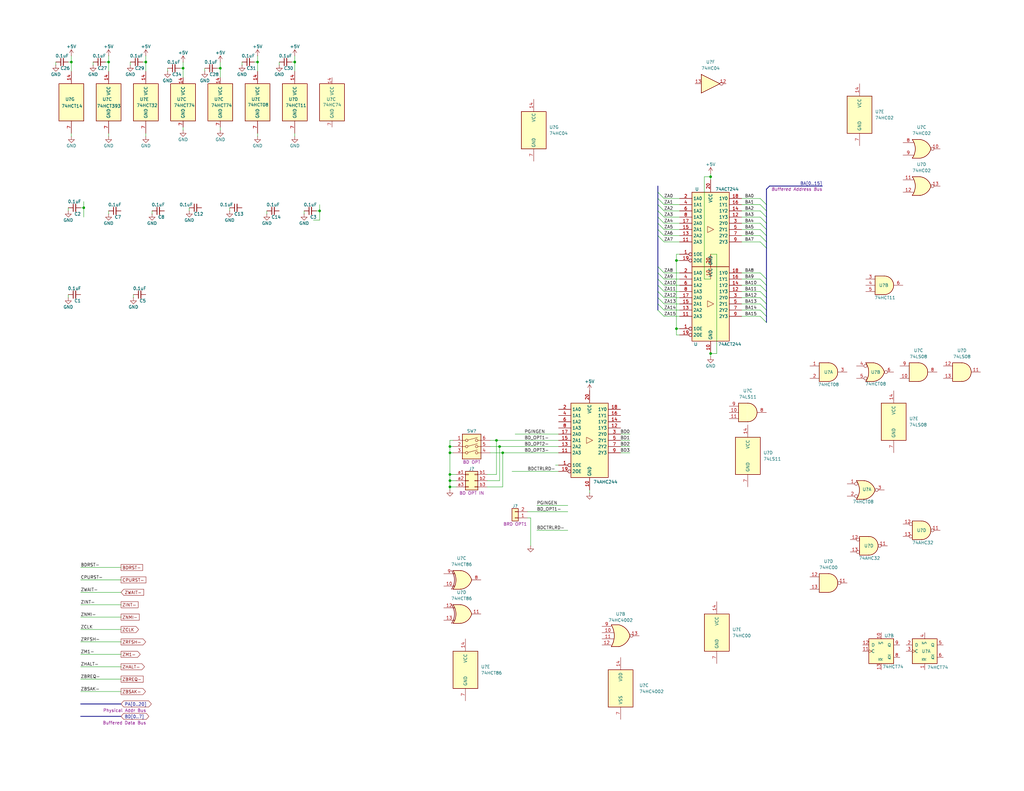
<source format=kicad_sch>
(kicad_sch (version 20250114) (generator "eeschema") (generator_version "9.0")
  (paper "User" 419.1 323.85)
  (title_block (title "Logic Power & Spares") (date "2025-10-10") (rev "PR7.4") (company "SilkyDESIGN") (comment 1 "Copyright 2025 AESilky & SMcCown") (comment 3 "MicroSystem Z80 w/Front Panel & RC2014 Bus"))
  (lib_symbols
    (symbol "4xxx:4002" (pin_names (offset 1.016))
      (property "Reference" "U" (at 0 1.27 0))
      (property "Value" "4002" (at 0 -1.27 0))
      (symbol "4002_1_1"
        (pin input line (at -7.62 3.81 0) (length 3.81) (name "~") (number "2"))
        (pin input line (at -7.62 1.27 0) (length 4.826) (name "~") (number "3"))
        (pin input line (at -7.62 -1.27 0) (length 4.826) (name "~") (number "4"))
        (pin input line (at -7.62 -3.81 0) (length 3.81) (name "~") (number "5"))
        (pin output inverted (at 7.62 0 180) (length 3.81) (name "~") (number "1"))
      )
      (symbol "4002_1_2"
        (pin input inverted (at -7.62 3.81 0) (length 3.81) (name "~") (number "2"))
        (pin input inverted (at -7.62 1.27 0) (length 3.81) (name "~") (number "3"))
        (pin input inverted (at -7.62 -1.27 0) (length 3.81) (name "~") (number "4"))
        (pin input inverted (at -7.62 -3.81 0) (length 3.81) (name "~") (number "5"))
        (pin output line (at 7.62 0 180) (length 3.81) (name "~") (number "1"))
      )
      (symbol "4002_2_1"
        (pin input line (at -7.62 3.81 0) (length 3.81) (name "~") (number "9"))
        (pin input line (at -7.62 1.27 0) (length 4.826) (name "~") (number "10"))
        (pin input line (at -7.62 -1.27 0) (length 4.826) (name "~") (number "11"))
        (pin input line (at -7.62 -3.81 0) (length 3.81) (name "~") (number "12"))
        (pin output inverted (at 7.62 0 180) (length 3.81) (name "~") (number "13"))
      )
      (symbol "4002_2_2"
        (pin input inverted (at -7.62 3.81 0) (length 3.81) (name "~") (number "9"))
        (pin input inverted (at -7.62 1.27 0) (length 3.81) (name "~") (number "10"))
        (pin input inverted (at -7.62 -1.27 0) (length 3.81) (name "~") (number "11"))
        (pin input inverted (at -7.62 -3.81 0) (length 3.81) (name "~") (number "12"))
        (pin output line (at 7.62 0 180) (length 3.81) (name "~") (number "13"))
      )
      (symbol "4002_3_0"
        (pin power_in line (at 0 12.7 270) (length 5.08) (name "VDD") (number "14"))
        (pin power_in line (at 0 -12.7 90) (length 5.08) (name "VSS") (number "7"))
      )
    )
    (symbol "74xx:74AHCT244"
      (property "Reference" "U" (at -7.62 16.51 0))
      (property "Value" "74AHCT244" (at -7.62 -16.51 0))
      (symbol "74AHCT244_1_0"
        (pin input line (at -12.7 12.7 0) (length 5.08) (name "1A0") (number "2"))
        (pin input line (at -12.7 10.16 0) (length 5.08) (name "1A1") (number "4"))
        (pin input line (at -12.7 7.62 0) (length 5.08) (name "1A2") (number "6"))
        (pin input line (at -12.7 5.08 0) (length 5.08) (name "1A3") (number "8"))
        (pin input line (at -12.7 2.54 0) (length 5.08) (name "2A0") (number "17"))
        (pin input line (at -12.7 0 0) (length 5.08) (name "2A1") (number "15"))
        (pin input line (at -12.7 -2.54 0) (length 5.08) (name "2A2") (number "13"))
        (pin input line (at -12.7 -5.08 0) (length 5.08) (name "2A3") (number "11"))
        (pin input inverted (at -12.7 -10.16 0) (length 5.08) (name "1OE") (number "1"))
        (pin input inverted (at -12.7 -12.7 0) (length 5.08) (name "2OE") (number "19"))
        (pin power_in line (at 0 20.32 270) (length 5.08) (name "VCC") (number "20"))
        (pin power_in line (at 0 -20.32 90) (length 5.08) (name "GND") (number "10"))
        (pin tri_state line (at 12.7 12.7 180) (length 5.08) (name "1Y0") (number "18"))
        (pin tri_state line (at 12.7 10.16 180) (length 5.08) (name "1Y1") (number "16"))
        (pin tri_state line (at 12.7 7.62 180) (length 5.08) (name "1Y2") (number "14"))
        (pin tri_state line (at 12.7 5.08 180) (length 5.08) (name "1Y3") (number "12"))
        (pin tri_state line (at 12.7 2.54 180) (length 5.08) (name "2Y0") (number "3"))
        (pin tri_state line (at 12.7 0 180) (length 5.08) (name "2Y1") (number "5"))
        (pin tri_state line (at 12.7 -2.54 180) (length 5.08) (name "2Y2") (number "7"))
        (pin tri_state line (at 12.7 -5.08 180) (length 5.08) (name "2Y3") (number "9"))
      )
    )
    (symbol "74xx:74HC00" (pin_names (offset 1.016))
      (property "Reference" "U" (at 0 1.27 0))
      (property "Value" "74HC00" (at 0 -1.27 0))
      (symbol "74HC00_1_1"
        (pin input line (at -7.62 2.54 0) (length 3.81) (name "~") (number "1"))
        (pin input line (at -7.62 -2.54 0) (length 3.81) (name "~") (number "2"))
        (pin output inverted (at 7.62 0 180) (length 3.81) (name "~") (number "3"))
      )
      (symbol "74HC00_1_2"
        (pin input inverted (at -7.62 2.54 0) (length 4.318) (name "~") (number "1"))
        (pin input inverted (at -7.62 -2.54 0) (length 4.318) (name "~") (number "2"))
        (pin output line (at 7.62 0 180) (length 3.81) (name "~") (number "3"))
      )
      (symbol "74HC00_2_1"
        (pin input line (at -7.62 2.54 0) (length 3.81) (name "~") (number "4"))
        (pin input line (at -7.62 -2.54 0) (length 3.81) (name "~") (number "5"))
        (pin output inverted (at 7.62 0 180) (length 3.81) (name "~") (number "6"))
      )
      (symbol "74HC00_2_2"
        (pin input inverted (at -7.62 2.54 0) (length 4.318) (name "~") (number "4"))
        (pin input inverted (at -7.62 -2.54 0) (length 4.318) (name "~") (number "5"))
        (pin output line (at 7.62 0 180) (length 3.81) (name "~") (number "6"))
      )
      (symbol "74HC00_3_1"
        (pin input line (at -7.62 2.54 0) (length 3.81) (name "~") (number "9"))
        (pin input line (at -7.62 -2.54 0) (length 3.81) (name "~") (number "10"))
        (pin output inverted (at 7.62 0 180) (length 3.81) (name "~") (number "8"))
      )
      (symbol "74HC00_3_2"
        (pin input inverted (at -7.62 2.54 0) (length 4.318) (name "~") (number "9"))
        (pin input inverted (at -7.62 -2.54 0) (length 4.318) (name "~") (number "10"))
        (pin output line (at 7.62 0 180) (length 3.81) (name "~") (number "8"))
      )
      (symbol "74HC00_4_1"
        (pin input line (at -7.62 2.54 0) (length 3.81) (name "~") (number "12"))
        (pin input line (at -7.62 -2.54 0) (length 3.81) (name "~") (number "13"))
        (pin output inverted (at 7.62 0 180) (length 3.81) (name "~") (number "11"))
      )
      (symbol "74HC00_4_2"
        (pin input inverted (at -7.62 2.54 0) (length 4.318) (name "~") (number "12"))
        (pin input inverted (at -7.62 -2.54 0) (length 4.318) (name "~") (number "13"))
        (pin output line (at 7.62 0 180) (length 3.81) (name "~") (number "11"))
      )
      (symbol "74HC00_5_0"
        (pin power_in line (at 0 12.7 270) (length 5.08) (name "VCC") (number "14"))
        (pin power_in line (at 0 -12.7 90) (length 5.08) (name "GND") (number "7"))
      )
    )
    (symbol "74xx:74HC02" (pin_names (offset 1.016))
      (property "Reference" "U" (at 0 1.27 0))
      (property "Value" "74HC02" (at 0 -1.27 0))
      (symbol "74HC02_1_1"
        (pin input line (at -7.62 2.54 0) (length 4.318) (name "~") (number "2"))
        (pin input line (at -7.62 -2.54 0) (length 4.318) (name "~") (number "3"))
        (pin output inverted (at 7.62 0 180) (length 3.81) (name "~") (number "1"))
      )
      (symbol "74HC02_1_2"
        (pin input inverted (at -7.62 2.54 0) (length 3.81) (name "~") (number "2"))
        (pin input inverted (at -7.62 -2.54 0) (length 3.81) (name "~") (number "3"))
        (pin output line (at 7.62 0 180) (length 3.81) (name "~") (number "1"))
      )
      (symbol "74HC02_2_1"
        (pin input line (at -7.62 2.54 0) (length 4.318) (name "~") (number "5"))
        (pin input line (at -7.62 -2.54 0) (length 4.318) (name "~") (number "6"))
        (pin output inverted (at 7.62 0 180) (length 3.81) (name "~") (number "4"))
      )
      (symbol "74HC02_2_2"
        (pin input inverted (at -7.62 2.54 0) (length 3.81) (name "~") (number "5"))
        (pin input inverted (at -7.62 -2.54 0) (length 3.81) (name "~") (number "6"))
        (pin output line (at 7.62 0 180) (length 3.81) (name "~") (number "4"))
      )
      (symbol "74HC02_3_1"
        (pin input line (at -7.62 2.54 0) (length 4.318) (name "~") (number "8"))
        (pin input line (at -7.62 -2.54 0) (length 4.318) (name "~") (number "9"))
        (pin output inverted (at 7.62 0 180) (length 3.81) (name "~") (number "10"))
      )
      (symbol "74HC02_3_2"
        (pin input inverted (at -7.62 2.54 0) (length 3.81) (name "~") (number "8"))
        (pin input inverted (at -7.62 -2.54 0) (length 3.81) (name "~") (number "9"))
        (pin output line (at 7.62 0 180) (length 3.81) (name "~") (number "10"))
      )
      (symbol "74HC02_4_1"
        (pin input line (at -7.62 2.54 0) (length 4.318) (name "~") (number "11"))
        (pin input line (at -7.62 -2.54 0) (length 4.318) (name "~") (number "12"))
        (pin output inverted (at 7.62 0 180) (length 3.81) (name "~") (number "13"))
      )
      (symbol "74HC02_4_2"
        (pin input inverted (at -7.62 2.54 0) (length 3.81) (name "~") (number "11"))
        (pin input inverted (at -7.62 -2.54 0) (length 3.81) (name "~") (number "12"))
        (pin output line (at 7.62 0 180) (length 3.81) (name "~") (number "13"))
      )
      (symbol "74HC02_5_0"
        (pin power_in line (at 0 12.7 270) (length 5.08) (name "VCC") (number "14"))
        (pin power_in line (at 0 -12.7 90) (length 5.08) (name "GND") (number "7"))
      )
    )
    (symbol "74xx:74HC74" (pin_names (offset 1.016))
      (property "Reference" "U" (at -7.62 8.89 0))
      (property "Value" "74HC74" (at -7.62 -8.89 0))
      (symbol "74HC74_1_0"
        (pin input line (at -7.62 2.54 0) (length 2.54) (name "D") (number "2"))
        (pin input clock (at -7.62 0 0) (length 2.54) (name "C") (number "3"))
        (pin input line (at 0 7.62 270) (length 2.54) (name "~{S}") (number "4"))
        (pin input line (at 0 -7.62 90) (length 2.54) (name "~{R}") (number "1"))
        (pin output line (at 7.62 2.54 180) (length 2.54) (name "Q") (number "5"))
        (pin output line (at 7.62 -2.54 180) (length 2.54) (name "~{Q}") (number "6"))
      )
      (symbol "74HC74_2_0"
        (pin input line (at -7.62 2.54 0) (length 2.54) (name "D") (number "12"))
        (pin input clock (at -7.62 0 0) (length 2.54) (name "C") (number "11"))
        (pin input line (at 0 7.62 270) (length 2.54) (name "~{S}") (number "10"))
        (pin input line (at 0 -7.62 90) (length 2.54) (name "~{R}") (number "13"))
        (pin output line (at 7.62 2.54 180) (length 2.54) (name "Q") (number "9"))
        (pin output line (at 7.62 -2.54 180) (length 2.54) (name "~{Q}") (number "8"))
      )
      (symbol "74HC74_3_0"
        (pin power_in line (at 0 10.16 270) (length 2.54) (name "VCC") (number "14"))
        (pin power_in line (at 0 -10.16 90) (length 2.54) (name "GND") (number "7"))
      )
    )
    (symbol "74xx:74HCT74" (pin_names (offset 1.016))
      (property "Reference" "U" (at -7.62 8.89 0))
      (property "Value" "74HCT74" (at -7.62 -8.89 0))
      (symbol "74HCT74_1_0"
        (pin input line (at -7.62 2.54 0) (length 2.54) (name "D") (number "2"))
        (pin input clock (at -7.62 0 0) (length 2.54) (name "C") (number "3"))
        (pin input line (at 0 7.62 270) (length 2.54) (name "~{S}") (number "4"))
        (pin input line (at 0 -7.62 90) (length 2.54) (name "~{R}") (number "1"))
        (pin output line (at 7.62 2.54 180) (length 2.54) (name "Q") (number "5"))
        (pin output line (at 7.62 -2.54 180) (length 2.54) (name "~{Q}") (number "6"))
      )
      (symbol "74HCT74_2_0"
        (pin input line (at -7.62 2.54 0) (length 2.54) (name "D") (number "12"))
        (pin input clock (at -7.62 0 0) (length 2.54) (name "C") (number "11"))
        (pin input line (at 0 7.62 270) (length 2.54) (name "~{S}") (number "10"))
        (pin input line (at 0 -7.62 90) (length 2.54) (name "~{R}") (number "13"))
        (pin output line (at 7.62 2.54 180) (length 2.54) (name "Q") (number "9"))
        (pin output line (at 7.62 -2.54 180) (length 2.54) (name "~{Q}") (number "8"))
      )
      (symbol "74HCT74_3_0"
        (pin power_in line (at 0 10.16 270) (length 2.54) (name "VCC") (number "14"))
        (pin power_in line (at 0 -10.16 90) (length 2.54) (name "GND") (number "7"))
      )
    )
    (symbol "74xx:74LS08" (pin_names (offset 1.016))
      (property "Reference" "U" (at 0 1.27 0))
      (property "Value" "74LS08" (at 0 -1.27 0))
      (symbol "74LS08_1_1"
        (pin input line (at -7.62 2.54 0) (length 3.81) (name "~") (number "1"))
        (pin input line (at -7.62 -2.54 0) (length 3.81) (name "~") (number "2"))
        (pin output line (at 7.62 0 180) (length 3.81) (name "~") (number "3"))
      )
      (symbol "74LS08_1_2"
        (pin input inverted (at -7.62 2.54 0) (length 4.318) (name "~") (number "1"))
        (pin input inverted (at -7.62 -2.54 0) (length 4.318) (name "~") (number "2"))
        (pin output inverted (at 7.62 0 180) (length 3.81) (name "~") (number "3"))
      )
      (symbol "74LS08_2_1"
        (pin input line (at -7.62 2.54 0) (length 3.81) (name "~") (number "4"))
        (pin input line (at -7.62 -2.54 0) (length 3.81) (name "~") (number "5"))
        (pin output line (at 7.62 0 180) (length 3.81) (name "~") (number "6"))
      )
      (symbol "74LS08_2_2"
        (pin input inverted (at -7.62 2.54 0) (length 4.318) (name "~") (number "4"))
        (pin input inverted (at -7.62 -2.54 0) (length 4.318) (name "~") (number "5"))
        (pin output inverted (at 7.62 0 180) (length 3.81) (name "~") (number "6"))
      )
      (symbol "74LS08_3_1"
        (pin input line (at -7.62 2.54 0) (length 3.81) (name "~") (number "9"))
        (pin input line (at -7.62 -2.54 0) (length 3.81) (name "~") (number "10"))
        (pin output line (at 7.62 0 180) (length 3.81) (name "~") (number "8"))
      )
      (symbol "74LS08_3_2"
        (pin input inverted (at -7.62 2.54 0) (length 4.318) (name "~") (number "9"))
        (pin input inverted (at -7.62 -2.54 0) (length 4.318) (name "~") (number "10"))
        (pin output inverted (at 7.62 0 180) (length 3.81) (name "~") (number "8"))
      )
      (symbol "74LS08_4_1"
        (pin input line (at -7.62 2.54 0) (length 3.81) (name "~") (number "12"))
        (pin input line (at -7.62 -2.54 0) (length 3.81) (name "~") (number "13"))
        (pin output line (at 7.62 0 180) (length 3.81) (name "~") (number "11"))
      )
      (symbol "74LS08_4_2"
        (pin input inverted (at -7.62 2.54 0) (length 4.318) (name "~") (number "12"))
        (pin input inverted (at -7.62 -2.54 0) (length 4.318) (name "~") (number "13"))
        (pin output inverted (at 7.62 0 180) (length 3.81) (name "~") (number "11"))
      )
      (symbol "74LS08_5_0"
        (pin power_in line (at 0 12.7 270) (length 5.08) (name "VCC") (number "14"))
        (pin power_in line (at 0 -12.7 90) (length 5.08) (name "GND") (number "7"))
      )
    )
    (symbol "74xx:74LS11" (pin_names (offset 1.016))
      (property "Reference" "U" (at 0 1.27 0))
      (property "Value" "74LS11" (at 0 -1.27 0))
      (symbol "74LS11_1_1"
        (pin input line (at -7.62 2.54 0) (length 3.81) (name "~") (number "1"))
        (pin input line (at -7.62 0 0) (length 3.81) (name "~") (number "2"))
        (pin input line (at -7.62 -2.54 0) (length 3.81) (name "~") (number "13"))
        (pin output line (at 7.62 0 180) (length 3.81) (name "~") (number "12"))
      )
      (symbol "74LS11_1_2"
        (pin input inverted (at -7.62 2.54 0) (length 4.318) (name "~") (number "1"))
        (pin input inverted (at -7.62 0 0) (length 4.953) (name "~") (number "2"))
        (pin input inverted (at -7.62 -2.54 0) (length 4.318) (name "~") (number "13"))
        (pin output inverted (at 7.62 0 180) (length 3.81) (name "~") (number "12"))
      )
      (symbol "74LS11_2_1"
        (pin input line (at -7.62 2.54 0) (length 3.81) (name "~") (number "3"))
        (pin input line (at -7.62 0 0) (length 3.81) (name "~") (number "4"))
        (pin input line (at -7.62 -2.54 0) (length 3.81) (name "~") (number "5"))
        (pin output line (at 7.62 0 180) (length 3.81) (name "~") (number "6"))
      )
      (symbol "74LS11_2_2"
        (pin input inverted (at -7.62 2.54 0) (length 4.318) (name "~") (number "3"))
        (pin input inverted (at -7.62 0 0) (length 4.953) (name "~") (number "4"))
        (pin input inverted (at -7.62 -2.54 0) (length 4.318) (name "~") (number "5"))
        (pin output inverted (at 7.62 0 180) (length 3.81) (name "~") (number "6"))
      )
      (symbol "74LS11_3_1"
        (pin input line (at -7.62 2.54 0) (length 3.81) (name "~") (number "9"))
        (pin input line (at -7.62 0 0) (length 3.81) (name "~") (number "10"))
        (pin input line (at -7.62 -2.54 0) (length 3.81) (name "~") (number "11"))
        (pin output line (at 7.62 0 180) (length 3.81) (name "~") (number "8"))
      )
      (symbol "74LS11_3_2"
        (pin input inverted (at -7.62 2.54 0) (length 4.318) (name "~") (number "9"))
        (pin input inverted (at -7.62 0 0) (length 4.953) (name "~") (number "10"))
        (pin input inverted (at -7.62 -2.54 0) (length 4.318) (name "~") (number "11"))
        (pin output inverted (at 7.62 0 180) (length 3.81) (name "~") (number "8"))
      )
      (symbol "74LS11_4_0"
        (pin power_in line (at 0 12.7 270) (length 5.08) (name "VCC") (number "14"))
        (pin power_in line (at 0 -12.7 90) (length 5.08) (name "GND") (number "7"))
      )
    )
    (symbol "74xx:74LS32" (pin_names (offset 1.016))
      (property "Reference" "U" (at 0 1.27 0))
      (property "Value" "74LS32" (at 0 -1.27 0))
      (symbol "74LS32_1_1"
        (pin input line (at -7.62 2.54 0) (length 4.318) (name "~") (number "1"))
        (pin input line (at -7.62 -2.54 0) (length 4.318) (name "~") (number "2"))
        (pin output line (at 7.62 0 180) (length 3.81) (name "~") (number "3"))
      )
      (symbol "74LS32_1_2"
        (pin input inverted (at -7.62 2.54 0) (length 3.81) (name "~") (number "1"))
        (pin input inverted (at -7.62 -2.54 0) (length 3.81) (name "~") (number "2"))
        (pin output inverted (at 7.62 0 180) (length 3.81) (name "~") (number "3"))
      )
      (symbol "74LS32_2_1"
        (pin input line (at -7.62 2.54 0) (length 4.318) (name "~") (number "4"))
        (pin input line (at -7.62 -2.54 0) (length 4.318) (name "~") (number "5"))
        (pin output line (at 7.62 0 180) (length 3.81) (name "~") (number "6"))
      )
      (symbol "74LS32_2_2"
        (pin input inverted (at -7.62 2.54 0) (length 3.81) (name "~") (number "4"))
        (pin input inverted (at -7.62 -2.54 0) (length 3.81) (name "~") (number "5"))
        (pin output inverted (at 7.62 0 180) (length 3.81) (name "~") (number "6"))
      )
      (symbol "74LS32_3_1"
        (pin input line (at -7.62 2.54 0) (length 4.318) (name "~") (number "9"))
        (pin input line (at -7.62 -2.54 0) (length 4.318) (name "~") (number "10"))
        (pin output line (at 7.62 0 180) (length 3.81) (name "~") (number "8"))
      )
      (symbol "74LS32_3_2"
        (pin input inverted (at -7.62 2.54 0) (length 3.81) (name "~") (number "9"))
        (pin input inverted (at -7.62 -2.54 0) (length 3.81) (name "~") (number "10"))
        (pin output inverted (at 7.62 0 180) (length 3.81) (name "~") (number "8"))
      )
      (symbol "74LS32_4_1"
        (pin input line (at -7.62 2.54 0) (length 4.318) (name "~") (number "12"))
        (pin input line (at -7.62 -2.54 0) (length 4.318) (name "~") (number "13"))
        (pin output line (at 7.62 0 180) (length 3.81) (name "~") (number "11"))
      )
      (symbol "74LS32_4_2"
        (pin input inverted (at -7.62 2.54 0) (length 3.81) (name "~") (number "12"))
        (pin input inverted (at -7.62 -2.54 0) (length 3.81) (name "~") (number "13"))
        (pin output inverted (at 7.62 0 180) (length 3.81) (name "~") (number "11"))
      )
      (symbol "74LS32_5_0"
        (pin power_in line (at 0 12.7 270) (length 5.08) (name "VCC") (number "14"))
        (pin power_in line (at 0 -12.7 90) (length 5.08) (name "GND") (number "7"))
      )
    )
    (symbol "74xx:74LS393" (pin_names (offset 1.016))
      (property "Reference" "U" (at -7.62 8.89 0))
      (property "Value" "74LS393" (at -7.62 -8.89 0))
      (symbol "74LS393_1_0"
        (pin input clock (at -12.7 2.54 0) (length 5.08) (name "CP") (number "1"))
        (pin input line (at -12.7 -5.08 0) (length 5.08) (name "MR") (number "2"))
        (pin output line (at 12.7 2.54 180) (length 5.08) (name "Q0") (number "3"))
        (pin output line (at 12.7 0 180) (length 5.08) (name "Q1") (number "4"))
        (pin output line (at 12.7 -2.54 180) (length 5.08) (name "Q2") (number "5"))
        (pin output line (at 12.7 -5.08 180) (length 5.08) (name "Q3") (number "6"))
      )
      (symbol "74LS393_2_0"
        (pin input clock (at -12.7 2.54 0) (length 5.08) (name "CP") (number "13"))
        (pin input line (at -12.7 -5.08 0) (length 5.08) (name "MR") (number "12"))
        (pin output line (at 12.7 2.54 180) (length 5.08) (name "Q0") (number "11"))
        (pin output line (at 12.7 0 180) (length 5.08) (name "Q1") (number "10"))
        (pin output line (at 12.7 -2.54 180) (length 5.08) (name "Q2") (number "9"))
        (pin output line (at 12.7 -5.08 180) (length 5.08) (name "Q3") (number "8"))
      )
      (symbol "74LS393_3_0"
        (pin power_in line (at 0 12.7 270) (length 5.08) (name "VCC") (number "14"))
        (pin power_in line (at 0 -12.7 90) (length 5.08) (name "GND") (number "7"))
      )
    )
    (symbol "74xx:74LS86" (pin_names (offset 1.016))
      (property "Reference" "U" (at 0 1.27 0))
      (property "Value" "74LS86" (at 0 -1.27 0))
      (symbol "74LS86_1_0"
        (pin input line (at -7.62 2.54 0) (length 4.445) (name "~") (number "1"))
        (pin input line (at -7.62 -2.54 0) (length 4.445) (name "~") (number "2"))
        (pin output line (at 7.62 0 180) (length 3.81) (name "~") (number "3"))
      )
      (symbol "74LS86_2_0"
        (pin input line (at -7.62 2.54 0) (length 4.445) (name "~") (number "4"))
        (pin input line (at -7.62 -2.54 0) (length 4.445) (name "~") (number "5"))
        (pin output line (at 7.62 0 180) (length 3.81) (name "~") (number "6"))
      )
      (symbol "74LS86_3_0"
        (pin input line (at -7.62 2.54 0) (length 4.445) (name "~") (number "9"))
        (pin input line (at -7.62 -2.54 0) (length 4.445) (name "~") (number "10"))
        (pin output line (at 7.62 0 180) (length 3.81) (name "~") (number "8"))
      )
      (symbol "74LS86_4_0"
        (pin input line (at -7.62 2.54 0) (length 4.445) (name "~") (number "12"))
        (pin input line (at -7.62 -2.54 0) (length 4.445) (name "~") (number "13"))
        (pin output line (at 7.62 0 180) (length 3.81) (name "~") (number "11"))
      )
      (symbol "74LS86_5_0"
        (pin power_in line (at 0 12.7 270) (length 5.08) (name "VCC") (number "14"))
        (pin power_in line (at 0 -12.7 90) (length 5.08) (name "GND") (number "7"))
      )
    )
    (symbol "AES_Library:7404-AES"
      (property "Reference" "U" (at -2.286 -0.254 0))
      (property "Value" "7404" (at -1.016 -3.302 0))
      (symbol "7404-AES_1_1"
        (pin input line (at -6.35 0 0) (length 2.54) (name "~") (number "1"))
        (pin output inverted (at 6.35 0 180) (length 2.54) (name "~") (number "2"))
      )
      (symbol "7404-AES_1_2"
        (pin input inverted (at -6.35 0 0) (length 2.54) (name "~") (number "1"))
        (pin output line (at 6.35 0 180) (length 2.54) (name "~") (number "2"))
      )
      (symbol "7404-AES_2_1"
        (pin input line (at -6.35 0 0) (length 2.54) (name "~") (number "3"))
        (pin output inverted (at 6.35 0 180) (length 2.54) (name "~") (number "4"))
      )
      (symbol "7404-AES_2_2"
        (pin input inverted (at -6.35 0 0) (length 2.54) (name "~") (number "3"))
        (pin output line (at 6.35 0 180) (length 2.54) (name "~") (number "4"))
      )
      (symbol "7404-AES_3_1"
        (pin input line (at -6.35 0 0) (length 2.54) (name "~") (number "5"))
        (pin output inverted (at 6.35 0 180) (length 2.54) (name "~") (number "6"))
      )
      (symbol "7404-AES_3_2"
        (pin input inverted (at -6.35 0 0) (length 2.54) (name "~") (number "5"))
        (pin output line (at 6.35 0 180) (length 2.54) (name "~") (number "6"))
      )
      (symbol "7404-AES_4_1"
        (pin input line (at -6.35 0 0) (length 2.54) (name "~") (number "9"))
        (pin output inverted (at 6.35 0 180) (length 2.54) (name "~") (number "8"))
      )
      (symbol "7404-AES_4_2"
        (pin input inverted (at -6.35 0 0) (length 2.54) (name "~") (number "9"))
        (pin output line (at 6.35 0 180) (length 2.54) (name "~") (number "8"))
      )
      (symbol "7404-AES_5_1"
        (pin input line (at -6.35 0 0) (length 2.54) (name "~") (number "11"))
        (pin output inverted (at 6.35 0 180) (length 2.54) (name "~") (number "10"))
      )
      (symbol "7404-AES_5_2"
        (pin input inverted (at -6.35 0 0) (length 2.54) (name "~") (number "11"))
        (pin output line (at 6.35 0 180) (length 2.54) (name "~") (number "10"))
      )
      (symbol "7404-AES_6_1"
        (pin input line (at -6.35 0 0) (length 2.54) (name "~") (number "13"))
        (pin output inverted (at 6.35 0 180) (length 2.54) (name "~") (number "12"))
      )
      (symbol "7404-AES_6_2"
        (pin input inverted (at -6.35 0 0) (length 2.54) (name "~") (number "13"))
        (pin output line (at 6.35 0 180) (length 2.54) (name "~") (number "12"))
      )
      (symbol "7404-AES_7_0"
        (pin power_in line (at 0 12.7 270) (length 5.08) (name "VCC") (number "14"))
        (pin power_in line (at 0 -12.7 90) (length 5.08) (name "GND") (number "7"))
      )
    )
    (symbol "AES_Library:74HC14-AES" (pin_names (offset 1.016) (hide yes))
      (property "Reference" "U" (at 0 1.27 0))
      (property "Value" "74HC14-AES" (at 0 -1.27 0))
      (symbol "74HC14-AES_1_1"
        (pin input line (at -7.62 0 0) (length 3.81) (name "~") (number "1"))
        (pin output inverted (at 7.62 0 180) (length 3.81) (name "~") (number "2"))
      )
      (symbol "74HC14-AES_1_2"
        (pin input inverted (at -7.62 0 0) (length 3.81) (name "~") (number "1"))
        (pin output line (at 7.62 0 180) (length 3.81) (name "~") (number "2"))
      )
      (symbol "74HC14-AES_2_1"
        (pin input line (at -7.62 0 0) (length 3.81) (name "~") (number "3"))
        (pin output inverted (at 7.62 0 180) (length 3.81) (name "~") (number "4"))
      )
      (symbol "74HC14-AES_2_2"
        (pin input inverted (at -7.62 0 0) (length 3.81) (name "~") (number "3"))
        (pin output line (at 7.62 0 180) (length 3.81) (name "~") (number "4"))
      )
      (symbol "74HC14-AES_3_1"
        (pin input line (at -7.62 0 0) (length 3.81) (name "~") (number "5"))
        (pin output inverted (at 7.62 0 180) (length 3.81) (name "~") (number "6"))
      )
      (symbol "74HC14-AES_3_2"
        (pin input inverted (at -7.62 0 0) (length 3.81) (name "~") (number "5"))
        (pin output line (at 7.62 0 180) (length 3.81) (name "~") (number "6"))
      )
      (symbol "74HC14-AES_4_1"
        (pin input line (at -7.62 0 0) (length 3.81) (name "~") (number "9"))
        (pin output inverted (at 7.62 0 180) (length 3.81) (name "~") (number "8"))
      )
      (symbol "74HC14-AES_4_2"
        (pin input inverted (at -7.62 0 0) (length 3.81) (name "~") (number "9"))
        (pin output line (at 7.62 0 180) (length 3.81) (name "~") (number "8"))
      )
      (symbol "74HC14-AES_5_1"
        (pin input line (at -7.62 0 0) (length 3.81) (name "~") (number "11"))
        (pin output inverted (at 7.62 0 180) (length 3.81) (name "~") (number "10"))
      )
      (symbol "74HC14-AES_5_2"
        (pin input inverted (at -7.62 0 0) (length 3.81) (name "~") (number "11"))
        (pin output line (at 7.62 0 180) (length 3.81) (name "~") (number "10"))
      )
      (symbol "74HC14-AES_6_1"
        (pin input line (at -7.62 0 0) (length 3.81) (name "~") (number "13"))
        (pin output inverted (at 7.62 0 180) (length 3.81) (name "~") (number "12"))
      )
      (symbol "74HC14-AES_6_2"
        (pin input inverted (at -7.62 0 0) (length 3.81) (name "~") (number "13"))
        (pin output line (at 7.62 0 180) (length 3.81) (name "~") (number "12"))
      )
      (symbol "74HC14-AES_7_0"
        (pin power_in line (at 0 12.7 270) (length 5.08) (name "VCC") (number "14"))
        (pin power_in line (at 0 -12.7 90) (length 5.08) (name "GND") (number "7"))
      )
    )
    (symbol "Connector_Generic:Conn_01x02" (pin_names (offset 1.016) (hide yes))
      (property "Reference" "J" (at 0 2.54 0))
      (property "Value" "Conn_01x02" (at 0 -5.08 0))
      (symbol "Conn_01x02_1_1"
        (pin passive line (at -5.08 0 0) (length 3.81) (name "Pin_1") (number "1"))
        (pin passive line (at -5.08 -2.54 0) (length 3.81) (name "Pin_2") (number "2"))
      )
    )
    (symbol "Connector_Generic:Conn_02x03_Row_Letter_First" (pin_names (offset 1.016) (hide yes))
      (property "Reference" "J" (at 1.27 5.08 0))
      (property "Value" "Conn_02x03_Row_Letter_First" (at 1.27 -5.08 0))
      (symbol "Conn_02x03_Row_Letter_First_1_1"
        (pin passive line (at -5.08 2.54 0) (length 3.81) (name "Pin_a1") (number "a1"))
        (pin passive line (at -5.08 0 0) (length 3.81) (name "Pin_a2") (number "a2"))
        (pin passive line (at -5.08 -2.54 0) (length 3.81) (name "Pin_a3") (number "a3"))
        (pin passive line (at 7.62 2.54 180) (length 3.81) (name "Pin_b1") (number "b1"))
        (pin passive line (at 7.62 0 180) (length 3.81) (name "Pin_b2") (number "b2"))
        (pin passive line (at 7.62 -2.54 180) (length 3.81) (name "Pin_b3") (number "b3"))
      )
    )
    (symbol "Device:C_Small" (pin_numbers (hide yes)) (pin_names (offset 0.254) (hide yes))
      (property "Reference" "C" (at 0.254 1.778 0))
      (property "Value" "C_Small" (at 0.254 -2.032 0))
      (symbol "C_Small_1_1"
        (pin passive line (at 0 2.54 270) (length 2.032) (name "~") (number "1"))
        (pin passive line (at 0 -2.54 90) (length 2.032) (name "~") (number "2"))
      )
    )
    (symbol "Switch:SW_DIP_x03" (pin_names (offset 0) (hide yes))
      (property "Reference" "SW" (at 0 6.35 0))
      (property "Value" "SW_DIP_x03" (at 0 -6.35 0))
      (symbol "SW_DIP_x03_1_1"
        (pin passive line (at -7.62 2.54 0) (length 5.08) (name "~") (number "1"))
        (pin passive line (at -7.62 0 0) (length 5.08) (name "~") (number "2"))
        (pin passive line (at -7.62 -2.54 0) (length 5.08) (name "~") (number "3"))
        (pin passive line (at 7.62 2.54 180) (length 5.08) (name "~") (number "6"))
        (pin passive line (at 7.62 0 180) (length 5.08) (name "~") (number "5"))
        (pin passive line (at 7.62 -2.54 180) (length 5.08) (name "~") (number "4"))
      )
    )
    (symbol "power:+5V" (power) (pin_numbers (hide yes)) (pin_names (offset 0) (hide yes))
      (property "Value" "+5V" (at 0 3.556 0))
      (symbol "+5V_1_1"
        (pin power_in line (at 0 0 90) (length 0) (name "~") (number "1"))
      )
    )
    (symbol "power:GND" (power) (pin_numbers (hide yes)) (pin_names (offset 0) (hide yes))
      (property "Value" "GND" (at 0 -3.81 0))
      (symbol "GND_1_1"
        (pin power_in line (at 0 0 270) (length 0) (name "~") (number "1"))
      )
    )
  )
  (junction (at 120.65 25.4))
  (junction (at 204.47 182.88))
  (junction (at 290.83 144.78))
  (junction (at 184.15 194.31))
  (junction (at 276.86 106.68))
  (junction (at 184.15 199.39))
  (junction (at 74.93 27.94))
  (junction (at 44.45 25.4))
  (junction (at 29.21 25.4))
  (junction (at 290.83 72.39))
  (junction (at 105.41 25.4))
  (junction (at 184.15 185.42))
  (junction (at 184.15 182.88))
  (junction (at 90.17 27.94))
  (junction (at 205.74 185.42))
  (junction (at 184.15 196.85))
  (junction (at 276.86 134.62))
  (junction (at 34.29 85.09))
  (junction (at 130.81 86.36))
  (junction (at 203.2 180.34))
  (junction (at 59.69 25.4))
  (bus_entry (at 269.24 121.92) (size 2.54 2.54))
  (bus_entry (at 269.24 116.84) (size 2.54 2.54))
  (bus_entry (at 311.15 81.28) (size 2.54 2.54))
  (bus_entry (at 269.24 93.98) (size 2.54 2.54))
  (bus_entry (at 311.15 86.36) (size 2.54 2.54))
  (bus_entry (at 269.24 96.52) (size 2.54 2.54))
  (bus_entry (at 311.15 96.52) (size 2.54 2.54))
  (bus_entry (at 311.15 127) (size 2.54 2.54))
  (bus_entry (at 311.15 83.82) (size 2.54 2.54))
  (bus_entry (at 269.24 119.38) (size 2.54 2.54))
  (bus_entry (at 269.24 81.28) (size 2.54 2.54))
  (bus_entry (at 311.15 116.84) (size 2.54 2.54))
  (bus_entry (at 269.24 109.22) (size 2.54 2.54))
  (bus_entry (at 311.15 93.98) (size 2.54 2.54))
  (bus_entry (at 311.15 129.54) (size 2.54 2.54))
  (bus_entry (at 311.15 121.92) (size 2.54 2.54))
  (bus_entry (at 269.24 127) (size 2.54 2.54))
  (bus_entry (at 269.24 86.36) (size 2.54 2.54))
  (bus_entry (at 269.24 83.82) (size 2.54 2.54))
  (bus_entry (at 269.24 88.9) (size 2.54 2.54))
  (bus_entry (at 311.15 114.3) (size 2.54 2.54))
  (bus_entry (at 311.15 99.06) (size 2.54 2.54))
  (bus_entry (at 269.24 111.76) (size 2.54 2.54))
  (bus_entry (at 269.24 124.46) (size 2.54 2.54))
  (bus_entry (at 311.15 91.44) (size 2.54 2.54))
  (bus_entry (at 311.15 124.46) (size 2.54 2.54))
  (bus_entry (at 311.15 111.76) (size 2.54 2.54))
  (bus_entry (at 311.15 119.38) (size 2.54 2.54))
  (bus_entry (at 269.24 91.44) (size 2.54 2.54))
  (bus_entry (at 311.15 88.9) (size 2.54 2.54))
  (bus_entry (at 269.24 114.3) (size 2.54 2.54))
  (bus_entry (at 269.24 78.74) (size 2.54 2.54))
  (wire (pts (xy 219.71 207.01) (xy 232.41 207.01)))
  (wire (pts (xy 184.15 194.31) (xy 186.69 194.31)))
  (wire (pts (xy 290.83 72.39) (xy 290.83 73.66)))
  (wire (pts (xy 83.82 27.94) (xy 83.82 29.21)))
  (wire (pts (xy 215.9 212.09) (xy 217.17 212.09)))
  (wire (pts (xy 210.82 177.8) (xy 228.6 177.8)))
  (wire (pts (xy 254 180.34) (xy 257.81 180.34)))
  (wire (pts (xy 200.66 180.34) (xy 203.2 180.34)))
  (bus (pts (xy 33.02 293.37) (xy 49.53 293.37)))
  (wire (pts (xy 276.86 104.14) (xy 276.86 106.68)))
  (wire (pts (xy 219.71 217.17) (xy 232.41 217.17)))
  (wire (pts (xy 276.86 134.62) (xy 278.13 134.62)))
  (bus (pts (xy 269.24 93.98) (xy 269.24 96.52)))
  (bus (pts (xy 269.24 111.76) (xy 269.24 114.3)))
  (wire (pts (xy 130.81 86.36) (xy 130.81 90.17)))
  (wire (pts (xy 120.65 25.4) (xy 120.65 29.21)))
  (wire (pts (xy 204.47 182.88) (xy 228.6 182.88)))
  (wire (pts (xy 58.42 25.4) (xy 59.69 25.4)))
  (wire (pts (xy 241.3 201.93) (xy 241.3 200.66)))
  (wire (pts (xy 119.38 25.4) (xy 120.65 25.4)))
  (wire (pts (xy 271.78 91.44) (xy 278.13 91.44)))
  (wire (pts (xy 105.41 22.86) (xy 105.41 25.4)))
  (wire (pts (xy 271.78 93.98) (xy 278.13 93.98)))
  (wire (pts (xy 90.17 25.4) (xy 90.17 27.94)))
  (wire (pts (xy 203.2 180.34) (xy 228.6 180.34)))
  (wire (pts (xy 271.78 83.82) (xy 278.13 83.82)))
  (wire (pts (xy 184.15 196.85) (xy 186.69 196.85)))
  (wire (pts (xy 74.93 52.07) (xy 74.93 53.34)))
  (wire (pts (xy 184.15 196.85) (xy 184.15 199.39)))
  (wire (pts (xy 44.45 25.4) (xy 44.45 29.21)))
  (wire (pts (xy 271.78 96.52) (xy 278.13 96.52)))
  (wire (pts (xy 290.83 144.78) (xy 293.37 144.78)))
  (bus (pts (xy 313.69 91.44) (xy 313.69 88.9)))
  (wire (pts (xy 59.69 54.61) (xy 59.69 55.88)))
  (wire (pts (xy 27.94 120.65) (xy 27.94 121.92)))
  (wire (pts (xy 38.1 25.4) (xy 38.1 26.67)))
  (bus (pts (xy 269.24 121.92) (xy 269.24 124.46)))
  (wire (pts (xy 303.53 99.06) (xy 311.15 99.06)))
  (wire (pts (xy 271.78 116.84) (xy 278.13 116.84)))
  (wire (pts (xy 43.18 25.4) (xy 44.45 25.4)))
  (wire (pts (xy 271.78 99.06) (xy 278.13 99.06)))
  (wire (pts (xy 303.53 124.46) (xy 311.15 124.46)))
  (wire (pts (xy 303.53 81.28) (xy 311.15 81.28)))
  (bus (pts (xy 313.69 101.6) (xy 313.69 114.3)))
  (wire (pts (xy 303.53 86.36) (xy 311.15 86.36)))
  (wire (pts (xy 271.78 121.92) (xy 278.13 121.92)))
  (wire (pts (xy 34.29 82.55) (xy 34.29 85.09)))
  (wire (pts (xy 29.21 54.61) (xy 29.21 55.88)))
  (bus (pts (xy 313.69 127) (xy 313.69 124.46)))
  (wire (pts (xy 59.69 25.4) (xy 59.69 29.21)))
  (wire (pts (xy 199.39 199.39) (xy 205.74 199.39)))
  (wire (pts (xy 184.15 185.42) (xy 184.15 194.31)))
  (bus (pts (xy 269.24 124.46) (xy 269.24 127)))
  (wire (pts (xy 33.02 242.57) (xy 49.53 242.57)))
  (wire (pts (xy 303.53 116.84) (xy 311.15 116.84)))
  (bus (pts (xy 313.69 129.54) (xy 313.69 127)))
  (wire (pts (xy 27.94 25.4) (xy 29.21 25.4)))
  (wire (pts (xy 33.02 262.89) (xy 49.53 262.89)))
  (wire (pts (xy 271.78 86.36) (xy 278.13 86.36)))
  (wire (pts (xy 44.45 86.36) (xy 44.45 87.63)))
  (wire (pts (xy 303.53 83.82) (xy 311.15 83.82)))
  (wire (pts (xy 303.53 111.76) (xy 311.15 111.76)))
  (wire (pts (xy 303.53 119.38) (xy 311.15 119.38)))
  (bus (pts (xy 269.24 81.28) (xy 269.24 83.82)))
  (wire (pts (xy 128.27 90.17) (xy 130.81 90.17)))
  (bus (pts (xy 313.69 121.92) (xy 313.69 119.38)))
  (bus (pts (xy 33.02 288.29) (xy 49.53 288.29)))
  (wire (pts (xy 33.02 252.73) (xy 49.53 252.73)))
  (bus (pts (xy 314.96 76.2) (xy 336.55 76.2)))
  (wire (pts (xy 120.65 54.61) (xy 120.65 55.88)))
  (bus (pts (xy 313.69 93.98) (xy 313.69 91.44)))
  (bus (pts (xy 313.69 119.38) (xy 313.69 116.84)))
  (wire (pts (xy 109.22 86.36) (xy 109.22 87.63)))
  (wire (pts (xy 68.58 27.94) (xy 68.58 29.21)))
  (bus (pts (xy 313.69 99.06) (xy 313.69 96.52)))
  (wire (pts (xy 271.78 111.76) (xy 278.13 111.76)))
  (bus (pts (xy 313.69 132.08) (xy 313.69 129.54)))
  (wire (pts (xy 90.17 52.07) (xy 90.17 53.34)))
  (wire (pts (xy 215.9 209.55) (xy 232.41 209.55)))
  (wire (pts (xy 254 177.8) (xy 257.81 177.8)))
  (wire (pts (xy 205.74 185.42) (xy 228.6 185.42)))
  (wire (pts (xy 303.53 127) (xy 311.15 127)))
  (bus (pts (xy 313.69 88.9) (xy 313.69 86.36)))
  (wire (pts (xy 290.83 104.14) (xy 293.37 104.14)))
  (wire (pts (xy 290.83 114.3) (xy 288.29 114.3)))
  (bus (pts (xy 269.24 91.44) (xy 269.24 93.98)))
  (wire (pts (xy 288.29 72.39) (xy 288.29 114.3)))
  (wire (pts (xy 62.23 86.36) (xy 62.23 87.63)))
  (wire (pts (xy 33.02 232.41) (xy 49.53 232.41)))
  (bus (pts (xy 269.24 109.22) (xy 269.24 111.76)))
  (bus (pts (xy 313.69 86.36) (xy 313.69 83.82)))
  (bus (pts (xy 269.24 83.82) (xy 269.24 86.36)))
  (wire (pts (xy 184.15 199.39) (xy 184.15 200.66)))
  (wire (pts (xy 205.74 199.39) (xy 205.74 185.42)))
  (wire (pts (xy 271.78 127) (xy 278.13 127)))
  (wire (pts (xy 77.47 85.09) (xy 77.47 86.36)))
  (wire (pts (xy 22.86 25.4) (xy 22.86 26.67)))
  (wire (pts (xy 34.29 85.09) (xy 34.29 88.9)))
  (wire (pts (xy 104.14 25.4) (xy 105.41 25.4)))
  (wire (pts (xy 276.86 106.68) (xy 278.13 106.68)))
  (bus (pts (xy 313.69 116.84) (xy 313.69 114.3)))
  (wire (pts (xy 271.78 129.54) (xy 278.13 129.54)))
  (bus (pts (xy 313.69 77.47) (xy 314.96 76.2)))
  (wire (pts (xy 276.86 106.68) (xy 276.86 134.62)))
  (wire (pts (xy 29.21 25.4) (xy 29.21 29.21)))
  (wire (pts (xy 303.53 91.44) (xy 311.15 91.44)))
  (wire (pts (xy 303.53 93.98) (xy 311.15 93.98)))
  (wire (pts (xy 33.02 257.81) (xy 49.53 257.81)))
  (wire (pts (xy 185.42 182.88) (xy 184.15 182.88)))
  (wire (pts (xy 303.53 88.9) (xy 311.15 88.9)))
  (wire (pts (xy 203.2 194.31) (xy 203.2 180.34)))
  (wire (pts (xy 184.15 180.34) (xy 184.15 182.88)))
  (wire (pts (xy 105.41 25.4) (xy 105.41 29.21)))
  (bus (pts (xy 313.69 124.46) (xy 313.69 121.92)))
  (wire (pts (xy 54.61 120.65) (xy 54.61 121.92)))
  (wire (pts (xy 276.86 137.16) (xy 278.13 137.16)))
  (wire (pts (xy 204.47 196.85) (xy 204.47 182.88)))
  (wire (pts (xy 33.02 278.13) (xy 49.53 278.13)))
  (wire (pts (xy 271.78 119.38) (xy 278.13 119.38)))
  (wire (pts (xy 93.98 85.09) (xy 93.98 86.36)))
  (wire (pts (xy 184.15 194.31) (xy 184.15 196.85)))
  (wire (pts (xy 27.94 85.09) (xy 27.94 86.36)))
  (wire (pts (xy 303.53 121.92) (xy 311.15 121.92)))
  (wire (pts (xy 29.21 22.86) (xy 29.21 25.4)))
  (wire (pts (xy 33.02 283.21) (xy 49.53 283.21)))
  (bus (pts (xy 269.24 76.2) (xy 269.24 78.74)))
  (wire (pts (xy 200.66 182.88) (xy 204.47 182.88)))
  (wire (pts (xy 303.53 114.3) (xy 311.15 114.3)))
  (wire (pts (xy 130.81 83.82) (xy 130.81 86.36)))
  (wire (pts (xy 53.34 25.4) (xy 53.34 26.67)))
  (wire (pts (xy 33.02 267.97) (xy 49.53 267.97)))
  (bus (pts (xy 313.69 96.52) (xy 313.69 93.98)))
  (bus (pts (xy 269.24 114.3) (xy 269.24 116.84)))
  (wire (pts (xy 99.06 25.4) (xy 99.06 26.67)))
  (wire (pts (xy 124.46 86.36) (xy 124.46 87.63)))
  (wire (pts (xy 271.78 124.46) (xy 278.13 124.46)))
  (wire (pts (xy 217.17 212.09) (xy 217.17 223.52)))
  (wire (pts (xy 88.9 27.94) (xy 90.17 27.94)))
  (bus (pts (xy 269.24 88.9) (xy 269.24 91.44)))
  (wire (pts (xy 185.42 180.34) (xy 184.15 180.34)))
  (bus (pts (xy 313.69 101.6) (xy 313.69 99.06)))
  (wire (pts (xy 199.39 196.85) (xy 204.47 196.85)))
  (wire (pts (xy 209.55 193.04) (xy 228.6 193.04)))
  (bus (pts (xy 269.24 96.52) (xy 269.24 109.22)))
  (bus (pts (xy 269.24 78.74) (xy 269.24 81.28)))
  (wire (pts (xy 200.66 185.42) (xy 205.74 185.42)))
  (wire (pts (xy 129.54 86.36) (xy 130.81 86.36)))
  (wire (pts (xy 254 182.88) (xy 257.81 182.88)))
  (wire (pts (xy 114.3 25.4) (xy 114.3 26.67)))
  (wire (pts (xy 33.02 237.49) (xy 49.53 237.49)))
  (wire (pts (xy 288.29 72.39) (xy 290.83 72.39)))
  (wire (pts (xy 184.15 182.88) (xy 184.15 185.42)))
  (wire (pts (xy 185.42 185.42) (xy 184.15 185.42)))
  (wire (pts (xy 120.65 22.86) (xy 120.65 25.4)))
  (bus (pts (xy 269.24 116.84) (xy 269.24 119.38)))
  (wire (pts (xy 74.93 25.4) (xy 74.93 27.94)))
  (wire (pts (xy 44.45 22.86) (xy 44.45 25.4)))
  (wire (pts (xy 33.02 273.05) (xy 49.53 273.05)))
  (wire (pts (xy 74.93 27.94) (xy 74.93 31.75)))
  (wire (pts (xy 293.37 104.14) (xy 293.37 144.78)))
  (wire (pts (xy 90.17 27.94) (xy 90.17 31.75)))
  (wire (pts (xy 271.78 114.3) (xy 278.13 114.3)))
  (bus (pts (xy 269.24 119.38) (xy 269.24 121.92)))
  (wire (pts (xy 59.69 22.86) (xy 59.69 25.4)))
  (wire (pts (xy 254 185.42) (xy 257.81 185.42)))
  (bus (pts (xy 269.24 86.36) (xy 269.24 88.9)))
  (wire (pts (xy 184.15 199.39) (xy 186.69 199.39)))
  (wire (pts (xy 290.83 71.12) (xy 290.83 72.39)))
  (wire (pts (xy 271.78 81.28) (xy 278.13 81.28)))
  (wire (pts (xy 199.39 194.31) (xy 203.2 194.31)))
  (wire (pts (xy 33.02 85.09) (xy 34.29 85.09)))
  (wire (pts (xy 44.45 54.61) (xy 44.45 55.88)))
  (wire (pts (xy 278.13 104.14) (xy 276.86 104.14)))
  (wire (pts (xy 276.86 134.62) (xy 276.86 137.16)))
  (bus (pts (xy 313.69 83.82) (xy 313.69 77.47)))
  (wire (pts (xy 303.53 129.54) (xy 311.15 129.54)))
  (wire (pts (xy 303.53 96.52) (xy 311.15 96.52)))
  (wire (pts (xy 271.78 88.9) (xy 278.13 88.9)))
  (wire (pts (xy 33.02 247.65) (xy 49.53 247.65)))
  (wire (pts (xy 227.33 190.5) (xy 228.6 190.5)))
  (wire (pts (xy 105.41 54.61) (xy 105.41 55.88)))
  (wire (pts (xy 290.83 144.78) (xy 290.83 146.05)))
  (wire (pts (xy 73.66 27.94) (xy 74.93 27.94)))
  (label "ZINT-" (at 33.02 247.65 0))
  (label "PGINGEN" (at 219.71 207.01 0))
  (label "BA7" (at 304.8 99.06 0))
  (label "ZA14" (at 271.78 127 0))
  (label "ZA13" (at 271.78 124.46 0))
  (label "ZA2" (at 271.78 86.36 0))
  (label "BA13" (at 304.8 124.46 0))
  (label "BDCTRLRD-" (at 219.71 217.17 0))
  (label "BA0" (at 304.8 81.28 0))
  (label "ZA4" (at 271.78 91.44 0))
  (label "ZHALT-" (at 33.02 273.05 0))
  (label "BDCTRLRD-" (at 215.9 193.04 0))
  (label "ZA7" (at 271.78 99.06 0))
  (label "ZA12" (at 271.78 121.92 0))
  (label "BA15" (at 304.8 129.54 0))
  (label "BA8" (at 304.8 111.76 0))
  (label "ZCLK" (at 33.02 257.81 0))
  (label "ZA3" (at 271.78 88.9 0))
  (label "BD_OPT1-" (at 214.63 180.34 0))
  (label "BA14" (at 304.8 127 0))
  (label "ZA1" (at 271.78 83.82 0))
  (label "ZA9" (at 271.78 114.3 0))
  (label "BA3" (at 304.8 88.9 0))
  (label "BA10" (at 304.8 116.84 0))
  (label "BA6" (at 304.8 96.52 0))
  (label "BA1" (at 304.8 83.82 0))
  (label "BD3" (at 257.81 185.42 180))
  (label "ZM1-" (at 33.02 267.97 0))
  (label "BA2" (at 304.8 86.36 0))
  (label "ZA15" (at 271.78 129.54 0))
  (label "ZA5" (at 271.78 93.98 0))
  (label "CPURST-" (at 33.02 237.49 0))
  (label "BDRST-" (at 33.02 232.41 0))
  (label "ZA8" (at 271.78 111.76 0))
  (label "BA12" (at 304.8 121.92 0))
  (label "ZA10" (at 271.78 116.84 0))
  (label "BA5" (at 304.8 93.98 0))
  (label "ZWAIT-" (at 33.02 242.57 0))
  (label "BA[0..15]" (at 336.55 76.2 180) (property "Desc" "Buffered Address Bus" (at 336.55 77.47 0) (effects (font (italic yes)) (justify right))))
  (label "ZA6" (at 271.78 96.52 0))
  (label "ZRFSH-" (at 33.02 262.89 0))
  (label "BA4" (at 304.8 91.44 0))
  (label "ZBREQ-" (at 33.02 278.13 0))
  (label "ZA0" (at 271.78 81.28 0))
  (label "BD1" (at 257.81 180.34 180))
  (label "ZBSAK-" (at 33.02 283.21 0))
  (label "BD_OPT3-" (at 214.63 185.42 0))
  (label "BD2" (at 257.81 182.88 180))
  (label "BA9" (at 304.8 114.3 0))
  (label "BD0" (at 257.81 177.8 180))
  (label "ZNMI-" (at 33.02 252.73 0))
  (label "BD_OPT2-" (at 214.63 182.88 0))
  (label "BD_OPT1-" (at 219.71 209.55 0))
  (label "BA11" (at 304.8 119.38 0))
  (label "PGINGEN" (at 214.63 177.8 0))
  (label "ZA11" (at 271.78 119.38 0))
  (global_label "ZCLK" (shape output) (at 49.53 257.81 0) (property "Intersheetrefs" "${INTERSHEET_REFS}" (at 57.2928 257.81 0) (effects (justify left))))
  (global_label "ZINT-" (shape passive) (at 49.53 247.65 0) (property "Intersheetrefs" "${INTERSHEET_REFS}" (at 57.0887 247.65 0) (effects (justify left))))
  (global_label "ZBREQ-" (shape passive) (at 49.53 278.13 0) (property "Intersheetrefs" "${INTERSHEET_REFS}" (at 59.2053 278.13 0) (effects (justify left))))
  (global_label "ZRFSH-" (shape output) (at 49.53 262.89 0) (property "Intersheetrefs" "${INTERSHEET_REFS}" (at 60.1957 262.89 0) (effects (justify left))))
  (global_label "ZNMI-" (shape passive) (at 49.53 252.73 0) (property "Intersheetrefs" "${INTERSHEET_REFS}" (at 57.5725 252.73 0) (effects (justify left))))
  (global_label "ZBSAK-" (shape output) (at 49.53 283.21 0) (property "Intersheetrefs" "${INTERSHEET_REFS}" (at 60.1957 283.21 0) (effects (justify left))))
  (global_label "BDRST-" (shape passive) (at 49.53 232.41 0) (property "Intersheetrefs" "${INTERSHEET_REFS}" (at 58.9634 232.41 0) (effects (justify left))))
  (global_label "PA[0..20]" (shape tri_state) (at 49.53 288.29 0) (property "Intersheetrefs" "${INTERSHEET_REFS}" (at 60.452 288.29 0) (effects (justify left))) (property "Desc" "Physical Addr Bus" (at 58.42 290.83 0) (effects (justify right))))
  (global_label "ZWAIT-" (shape input) (at 49.53 242.57 0) (property "Intersheetrefs" "${INTERSHEET_REFS}" (at 59.4095 242.57 0) (effects (justify left))))
  (global_label "CPURST-" (shape passive) (at 49.53 237.49 0) (property "Intersheetrefs" "${INTERSHEET_REFS}" (at 60.2939 237.49 0) (effects (justify left))))
  (global_label "ZHALT-" (shape output) (at 49.53 273.05 0) (property "Intersheetrefs" "${INTERSHEET_REFS}" (at 59.7119 273.05 0) (effects (justify left))))
  (global_label "BD[0..7]" (shape tri_state) (at 49.53 293.37 0) (property "Intersheetrefs" "${INTERSHEET_REFS}" (at 60.452 293.37 0) (effects (justify left))) (property "Desc" "Buffered Data Bus" (at 58.42 295.91 0) (effects (justify right))))
  (global_label "ZM1-" (shape output) (at 49.53 267.97 0) (property "Intersheetrefs" "${INTERSHEET_REFS}" (at 57.958 267.97 0) (effects (justify left))))
  (symbol (lib_id "74xx:74LS11") (at 120.65 41.91 0) (unit 4)
    (property "Reference" "U?" (at 118.11 40.64 0) (effects (justify left)))
    (property "Value" "74HCT11" (at 116.84 43.18 0) (effects (justify left)))
    (property "Datasheet" "http://www.ti.com/lit/gpn/sn74LS11" (effects (hide yes)))
    (property "Description" "Triple 3-input AND" (effects (hide yes)))
  )
  (symbol (lib_id "74xx:74LS08") (at 339.09 152.4 0) (unit 1)
    (property "Reference" "U?" (at 339.09 152.4 0))
    (property "Value" "74HCT08" (at 339.09 157.48 0))
    (property "Datasheet" "http://www.ti.com/lit/gpn/sn74LS08" (effects (hide yes)))
    (property "Description" "Quad And2" (effects (hide yes)))
  )
  (symbol (lib_id "power:+5V") (at 290.83 71.12 0) (unit 1)
    (property "Reference" "#PWR04" (effects (hide yes)))
    (property "Value" "+5V" (at 290.83 67.31 0))
    (property "Description" "Power symbol creates a global label with name \"+5V\"" (effects (hide yes)))
  )
  (symbol (lib_id "power:+5V") (at 59.69 22.86 0) (unit 1)
    (property "Reference" "#PWR0117" (effects (hide yes)))
    (property "Value" "+5V" (at 59.69 19.05 0))
    (property "Description" "Power symbol creates a global label with name \"+5V\"" (effects (hide yes)))
  )
  (symbol (lib_id "Device:C_Small") (at 46.99 86.36 90) (unit 1)
    (property "Reference" "C7" (at 48.26 88.9 90))
    (property "Value" "0.1uF" (at 46.9963 83.82 90))
    (property "Description" "Unpolarized capacitor, small symbol" (effects (hide yes)))
  )
  (symbol (lib_id "AES_Library:7404-AES") (at 290.83 34.29 0) (unit 6)
    (property "Reference" "U?" (at 290.83 25.4 0))
    (property "Value" "74HC04" (at 290.83 27.94 0))
    (property "Datasheet" "http://www.ti.com/lit/gpn/sn74LS04" (effects (hide yes)))
    (property "Description" "Hex Inverter" (effects (hide yes)))
  )
  (symbol (lib_id "Device:C_Small") (at 40.64 25.4 90) (unit 1)
    (property "Reference" "C27" (at 41.91 27.94 90))
    (property "Value" "0.1uF" (at 40.6463 22.86 90))
    (property "Description" "Unpolarized capacitor, small symbol" (effects (hide yes)))
  )
  (symbol (lib_id "74xx:74HC00") (at 339.09 238.76 0) (unit 4)
    (property "Reference" "U?" (at 339.0817 229.87 0))
    (property "Value" "74HC00" (at 339.0817 232.41 0))
    (property "Datasheet" "http://www.ti.com/lit/gpn/sn74hc00" (effects (hide yes)))
    (property "Description" "quad 2-input NAND gate" (effects (hide yes)))
  )
  (symbol (lib_id "Connector_Generic:Conn_02x03_Row_Letter_First") (at 191.77 196.85 0) (unit 1)
    (property "Reference" "J?" (at 193.04 192.024 0))
    (property "Value" "HDR 2x3" (effects (hide yes)))
    (property "Description" "Generic connector, double row, 02x03, row letter first pin numbering scheme (pin number consists of a letter for the row and a number for the pin index in this row. a1, ..., aN; b1, ..., bN), script generated (kicad-library-utils/schlib/autogen/connector/)" (effects (hide yes)))
    (property "Function" "BD OPT IN" (at 193.04 201.93 0))
  )
  (symbol (lib_id "74xx:74LS32") (at 355.6 223.52 0) (unit 4) (convert 2)
    (property "Reference" "U?" (at 355.6 223.52 0))
    (property "Value" "74AHC32" (at 355.854 228.6 0))
    (property "Datasheet" "http://www.ti.com/lit/gpn/sn74LS32" (effects (hide yes)))
    (property "Description" "Quad 2-input OR" (effects (hide yes)))
  )
  (symbol (lib_id "AES_Library:74HC14-AES") (at 29.21 41.91 0) (unit 7)
    (property "Reference" "U?" (at 26.67 40.64 0) (effects (justify left)))
    (property "Value" "74HCT14" (at 25.146 43.434 0) (effects (justify left)))
    (property "Datasheet" "http://www.ti.com/lit/gpn/sn74HC14" (effects (hide yes)))
    (property "Description" "Hex inverter schmitt trigger" (effects (hide yes)))
  )
  (symbol (lib_id "power:GND") (at 77.47 86.36 0) (unit 1)
    (property "Reference" "#PWR047" (effects (hide yes)))
    (property "Value" "GND" (at 77.47 90.17 0))
    (property "Description" "Power symbol creates a global label with name \"GND\" , ground" (effects (hide yes)))
  )
  (symbol (lib_id "74xx:74LS08") (at 365.76 172.72 0) (unit 5)
    (property "Reference" "U?" (at 372.11 171.4499 0) (effects (justify left)))
    (property "Value" "74LS08" (at 372.11 173.9899 0) (effects (justify left)))
    (property "Datasheet" "http://www.ti.com/lit/gpn/sn74LS08" (effects (hide yes)))
    (property "Description" "Quad And2" (effects (hide yes)))
  )
  (symbol (lib_id "power:GND") (at 109.22 87.63 0) (unit 1)
    (property "Reference" "#PWR050" (effects (hide yes)))
    (property "Value" "GND" (at 109.22 91.44 0))
    (property "Description" "Power symbol creates a global label with name \"GND\" , ground" (effects (hide yes)))
  )
  (symbol (lib_id "Device:C_Small") (at 71.12 27.94 90) (unit 1)
    (property "Reference" "C34" (at 72.39 30.48 90))
    (property "Value" "0.1uF" (at 71.1263 25.4 90))
    (property "Description" "Unpolarized capacitor, small symbol" (effects (hide yes)))
  )
  (symbol (lib_id "power:GND") (at 29.21 55.88 0) (unit 1)
    (property "Reference" "#PWR0135" (effects (hide yes)))
    (property "Value" "GND" (at 29.21 59.69 0))
    (property "Description" "Power symbol creates a global label with name \"GND\" , ground" (effects (hide yes)))
  )
  (symbol (lib_id "Device:C_Small") (at 86.36 27.94 90) (unit 1)
    (property "Reference" "C28" (at 87.63 30.48 90))
    (property "Value" "0.1uF" (at 86.3663 25.4 90))
    (property "Description" "Unpolarized capacitor, small symbol" (effects (hide yes)))
  )
  (symbol (lib_id "power:GND") (at 74.93 53.34 0) (unit 1)
    (property "Reference" "#PWR0133" (effects (hide yes)))
    (property "Value" "GND" (at 74.93 57.15 0))
    (property "Description" "Power symbol creates a global label with name \"GND\" , ground" (effects (hide yes)))
  )
  (symbol (lib_id "power:GND") (at 22.86 26.67 0) (unit 1)
    (property "Reference" "#PWR0124" (effects (hide yes)))
    (property "Value" "GND" (at 22.86 30.48 0))
    (property "Description" "Power symbol creates a global label with name \"GND\" , ground" (effects (hide yes)))
  )
  (symbol (lib_id "power:GND") (at 83.82 29.21 0) (unit 1)
    (property "Reference" "#PWR0126" (effects (hide yes)))
    (property "Value" "GND" (at 83.82 33.02 0))
    (property "Description" "Power symbol creates a global label with name \"GND\" , ground" (effects (hide yes)))
  )
  (symbol (lib_id "power:GND") (at 27.94 121.92 0) (unit 1)
    (property "Reference" "#PWR05" (effects (hide yes)))
    (property "Value" "GND" (at 27.94 125.73 0))
    (property "Description" "Power symbol creates a global label with name \"GND\" , ground" (effects (hide yes)))
  )
  (symbol (lib_id "74xx:74HC74") (at 360.68 266.7 0) (unit 2)
    (property "Reference" "U?" (at 361.95 260.35 0) (effects (justify left)))
    (property "Value" "74HCT74" (at 361.188 273.05 0) (effects (justify left)))
    (property "Datasheet" "74xx/74hc_hct74.pdf" (effects (hide yes)))
    (property "Description" "Dual D Flip-flop, Set & Reset" (effects (hide yes)))
  )
  (symbol (lib_id "74xx:74AHCT244") (at 290.83 93.98 0) (unit 1)
    (property "Reference" "U" (at 284.48 77.47 0) (effects (justify left)))
    (property "Value" "74ACT244" (at 292.7859 77.47 0) (effects (justify left)))
    (property "Datasheet" "https://assets.nexperia.com/documents/data-sheet/74AHC_AHCT244.pdf" (effects (hide yes)))
    (property "Description" "8-bit Buffer/Line Driver 3-state" (effects (hide yes)))
  )
  (symbol (lib_id "74xx:74HCT74") (at 74.93 41.91 0) (unit 3)
    (property "Reference" "U?" (at 72.39 40.64 0) (effects (justify left)))
    (property "Value" "74HCT74" (at 71.12 43.18 0) (effects (justify left)))
    (property "Datasheet" "https://assets.nexperia.com/documents/data-sheet/74HC_HCT74.pdf" (effects (hide yes)))
    (property "Description" "Dual D Flip-flop, Set & Reset" (effects (hide yes)))
  )
  (symbol (lib_id "74xx:74LS08") (at 105.41 41.91 0) (unit 5)
    (property "Reference" "U?" (at 102.87 40.64 0) (effects (justify left)))
    (property "Value" "74HCT08" (at 101.346 42.926 0) (effects (justify left)))
    (property "Datasheet" "http://www.ti.com/lit/gpn/sn74LS08" (effects (hide yes)))
    (property "Description" "Quad And2" (effects (hide yes)))
  )
  (symbol (lib_id "power:+5V") (at 44.45 22.86 0) (unit 1)
    (property "Reference" "#PWR0115" (effects (hide yes)))
    (property "Value" "+5V" (at 44.45 19.05 0))
    (property "Description" "Power symbol creates a global label with name \"+5V\"" (effects (hide yes)))
  )
  (symbol (lib_id "power:+5V") (at 74.93 25.4 0) (unit 1)
    (property "Reference" "#PWR0122" (effects (hide yes)))
    (property "Value" "+5V" (at 74.93 21.59 0))
    (property "Description" "Power symbol creates a global label with name \"+5V\"" (effects (hide yes)))
  )
  (symbol (lib_id "Device:C_Small") (at 25.4 25.4 90) (unit 1)
    (property "Reference" "C26" (at 26.67 27.94 90))
    (property "Value" "0.1uF" (at 25.4063 22.86 90))
    (property "Description" "Unpolarized capacitor, small symbol" (effects (hide yes)))
  )
  (symbol (lib_id "74xx:74LS08") (at 358.14 152.4 0) (unit 2) (convert 2)
    (property "Reference" "U?" (at 358.394 152.4 0))
    (property "Value" "74HCT08" (at 358.394 157.226 0))
    (property "Datasheet" "http://www.ti.com/lit/gpn/sn74LS08" (effects (hide yes)))
    (property "Description" "Quad And2" (effects (hide yes)))
  )
  (symbol (lib_id "74xx:74LS11") (at 361.95 116.84 0) (unit 2)
    (property "Reference" "U?" (at 361.696 116.84 0))
    (property "Value" "74HCT11" (at 357.886 121.92 0) (effects (justify left)))
    (property "Datasheet" "http://www.ti.com/lit/gpn/sn74LS11" (effects (hide yes)))
    (property "Description" "Triple 3-input AND" (effects (hide yes)))
  )
  (symbol (lib_id "power:GND") (at 290.83 146.05 0) (unit 1)
    (property "Reference" "#PWR015" (effects (hide yes)))
    (property "Value" "GND" (at 290.83 149.86 0))
    (property "Description" "Power symbol creates a global label with name \"GND\" , ground" (effects (hide yes)))
  )
  (symbol (lib_id "74xx:74AHCT244") (at 241.3 180.34 0) (unit 1)
    (property "Reference" "U?" (effects (hide yes)))
    (property "Value" "74AHC244" (at 242.824 197.358 0) (effects (justify left)))
    (property "Datasheet" "https://assets.nexperia.com/documents/data-sheet/74AHC_AHCT244.pdf" (effects (hide yes)))
    (property "Description" "8-bit Buffer/Line Driver 3-state" (effects (hide yes)))
  )
  (symbol (lib_id "Device:C_Small") (at 80.01 85.09 90) (unit 1)
    (property "Reference" "C12" (at 81.28 87.63 90))
    (property "Value" "0.1uF" (at 76.2 83.82 90))
    (property "Description" "Unpolarized capacitor, small symbol" (effects (hide yes)))
  )
  (symbol (lib_id "Switch:SW_DIP_x03") (at 193.04 182.88 0) (unit 1)
    (property "Reference" "SW?" (at 193.04 176.53 0))
    (property "Value" "SW_DIP_x03" (effects (hide yes)))
    (property "Description" "3x DIP Switch, Single Pole Single Throw (SPST) switch, small symbol" (effects (hide yes)))
    (property "Function" "BD OPT" (at 193.04 189.23 0))
  )
  (symbol (lib_id "74xx:74LS11") (at 306.07 186.69 0) (unit 4)
    (property "Reference" "U?" (at 312.42 185.4199 0) (effects (justify left)))
    (property "Value" "74LS11" (at 312.42 187.9599 0) (effects (justify left)))
    (property "Datasheet" "http://www.ti.com/lit/gpn/sn74LS11" (effects (hide yes)))
    (property "Description" "Triple 3-input AND" (effects (hide yes)))
  )
  (symbol (lib_id "Device:C_Small") (at 116.84 25.4 90) (unit 1)
    (property "Reference" "C30" (at 118.11 27.94 90))
    (property "Value" "0.1uF" (at 116.8463 22.86 90))
    (property "Description" "Unpolarized capacitor, small symbol" (effects (hide yes)))
  )
  (symbol (lib_id "power:GND") (at 54.61 121.92 0) (unit 1)
    (property "Reference" "#PWR012" (effects (hide yes)))
    (property "Value" "GND" (at 54.61 125.73 0))
    (property "Description" "Power symbol creates a global label with name \"GND\" , ground" (effects (hide yes)))
  )
  (symbol (lib_id "74xx:74LS393") (at 44.45 41.91 0) (unit 3)
    (property "Reference" "U?" (at 41.91 40.64 0) (effects (justify left)))
    (property "Value" "74HCT393" (at 39.624 43.434 0) (effects (justify left)))
    (property "Datasheet" "74xx\\74LS393.pdf" (effects (hide yes)))
    (property "Description" "Dual BCD 4-bit counter" (effects (hide yes)))
  )
  (symbol (lib_id "74xx:74AHCT244") (at 290.83 124.46 0) (unit 1)
    (property "Reference" "U" (at 283.972 140.97 0) (effects (justify left)))
    (property "Value" "74ACT244" (at 293.878 140.97 0) (effects (justify left)))
    (property "Datasheet" "https://assets.nexperia.com/documents/data-sheet/74AHC_AHCT244.pdf" (effects (hide yes)))
    (property "Description" "8-bit Buffer/Line Driver 3-state" (effects (hide yes)))
  )
  (symbol (lib_id "74xx:74LS08") (at 354.33 200.66 0) (unit 1) (convert 2)
    (property "Reference" "U?" (at 354.838 200.406 0))
    (property "Value" "74HCT08" (at 353.314 205.486 0))
    (property "Datasheet" "http://www.ti.com/lit/gpn/sn74LS08" (effects (hide yes)))
    (property "Description" "Quad And2" (effects (hide yes)))
  )
  (symbol (lib_id "Device:C_Small") (at 64.77 86.36 90) (unit 1)
    (property "Reference" "C8" (at 66.04 88.9 90))
    (property "Value" "0.1uF" (at 64.7763 83.82 90))
    (property "Description" "Unpolarized capacitor, small symbol" (effects (hide yes)))
  )
  (symbol (lib_id "Device:C_Small") (at 57.15 120.65 90) (unit 1)
    (property "Reference" "C5" (at 58.42 123.19 90))
    (property "Value" "0.1uF" (at 57.1563 118.11 90))
    (property "Description" "Unpolarized capacitor, small symbol" (effects (hide yes)))
  )
  (symbol (lib_id "74xx:74LS86") (at 190.5 274.32 0) (unit 5)
    (property "Reference" "U?" (at 196.85 273.0499 0) (effects (justify left)))
    (property "Value" "74HCT86" (at 196.85 275.5899 0) (effects (justify left)))
    (property "Datasheet" "74xx/74ls86.pdf" (effects (hide yes)))
    (property "Description" "Quad 2-input XOR" (effects (hide yes)))
  )
  (symbol (lib_id "power:GND") (at 53.34 26.67 0) (unit 1)
    (property "Reference" "#PWR0127" (effects (hide yes)))
    (property "Value" "GND" (at 53.34 30.48 0))
    (property "Description" "Power symbol creates a global label with name \"GND\" , ground" (effects (hide yes)))
  )
  (symbol (lib_id "74xx:74HCT74") (at 378.46 266.7 0) (unit 1)
    (property "Reference" "U?" (at 377.19 266.7 0) (effects (justify left)))
    (property "Value" "74HCT74" (at 379.476 273.304 0) (effects (justify left)))
    (property "Datasheet" "https://assets.nexperia.com/documents/data-sheet/74HC_HCT74.pdf" (effects (hide yes)))
    (property "Description" "Dual D Flip-flop, Set & Reset" (effects (hide yes)))
  )
  (symbol (lib_id "Connector_Generic:Conn_01x02") (at 210.82 212.09 180) (unit 1)
    (property "Reference" "J?" (at 210.82 207.264 0))
    (property "Value" "HDR 1x2" (effects (hide yes)))
    (property "Description" "Generic connector, single row, 01x02, script generated (kicad-library-utils/schlib/autogen/connector/)" (effects (hide yes)))
    (property "Function" "BRD OPT1" (at 210.82 214.63 0))
  )
  (symbol (lib_id "74xx:74LS11") (at 306.07 168.91 0) (unit 3)
    (property "Reference" "U?" (at 306.0617 160.02 0))
    (property "Value" "74LS11" (at 306.0617 162.56 0))
    (property "Datasheet" "http://www.ti.com/lit/gpn/sn74LS11" (effects (hide yes)))
    (property "Description" "Triple 3-input AND" (effects (hide yes)))
  )
  (symbol (lib_id "74xx:74HC02") (at 377.19 60.96 0) (unit 3)
    (property "Reference" "U?" (at 377.19 52.07 0))
    (property "Value" "74HC02" (at 377.19 54.61 0))
    (property "Datasheet" "http://www.ti.com/lit/gpn/sn74hc02" (effects (hide yes)))
    (property "Description" "quad 2-input NOR gate" (effects (hide yes)))
  )
  (symbol (lib_id "power:GND") (at 59.69 55.88 0) (unit 1)
    (property "Reference" "#PWR0138" (effects (hide yes)))
    (property "Value" "GND" (at 59.69 59.69 0))
    (property "Description" "Power symbol creates a global label with name \"GND\" , ground" (effects (hide yes)))
  )
  (symbol (lib_id "Device:C_Small") (at 55.88 25.4 90) (unit 1)
    (property "Reference" "C29" (at 57.15 27.94 90))
    (property "Value" "0.1uF" (at 55.8863 22.86 90))
    (property "Description" "Unpolarized capacitor, small symbol" (effects (hide yes)))
  )
  (symbol (lib_id "74xx:74LS08") (at 393.7 152.4 0) (unit 4)
    (property "Reference" "U?" (at 393.6917 143.51 0))
    (property "Value" "74LS08" (at 393.6917 146.05 0))
    (property "Datasheet" "http://www.ti.com/lit/gpn/sn74LS08" (effects (hide yes)))
    (property "Description" "Quad And2" (effects (hide yes)))
  )
  (symbol (lib_id "74xx:74HCT74") (at 90.17 41.91 0) (unit 3)
    (property "Reference" "U?" (at 87.63 40.64 0) (effects (justify left)))
    (property "Value" "74HCT74" (at 86.36 43.18 0) (effects (justify left)))
    (property "Datasheet" "https://assets.nexperia.com/documents/data-sheet/74HC_HCT74.pdf" (effects (hide yes)))
    (property "Description" "Dual D Flip-flop, Set & Reset" (effects (hide yes)))
  )
  (symbol (lib_id "Device:C_Small") (at 30.48 85.09 90) (unit 1)
    (property "Reference" "C2" (at 31.75 87.63 90))
    (property "Value" "0.1uF" (at 30.4863 82.55 90))
    (property "Description" "Unpolarized capacitor, small symbol" (effects (hide yes)))
  )
  (symbol (lib_id "power:GND") (at 27.94 86.36 0) (unit 1)
    (property "Reference" "#PWR06" (effects (hide yes)))
    (property "Value" "GND" (at 27.94 90.17 0))
    (property "Description" "Power symbol creates a global label with name \"GND\" , ground" (effects (hide yes)))
  )
  (symbol (lib_id "power:+5V") (at 105.41 22.86 0) (unit 1)
    (property "Reference" "#PWR0119" (effects (hide yes)))
    (property "Value" "+5V" (at 105.41 19.05 0))
    (property "Description" "Power symbol creates a global label with name \"+5V\"" (effects (hide yes)))
  )
  (symbol (lib_id "power:GND") (at 93.98 86.36 0) (unit 1)
    (property "Reference" "#PWR048" (effects (hide yes)))
    (property "Value" "GND" (at 93.98 90.17 0))
    (property "Description" "Power symbol creates a global label with name \"GND\" , ground" (effects (hide yes)))
  )
  (symbol (lib_id "power:GND") (at 44.45 55.88 0) (unit 1)
    (property "Reference" "#PWR0136" (effects (hide yes)))
    (property "Value" "GND" (at 44.45 59.69 0))
    (property "Description" "Power symbol creates a global label with name \"GND\" , ground" (effects (hide yes)))
  )
  (symbol (lib_id "4xxx:4002") (at 254 260.35 0) (unit 2)
    (property "Reference" "U?" (at 254 251.46 0))
    (property "Value" "74HC4002" (at 254 254 0))
    (property "Datasheet" "http://www.intersil.com/content/dam/Intersil/documents/cd40/cd4000bms-01bms-02bms-25bms.pdf" (effects (hide yes)))
    (property "Description" "Dual  4 input NOR gate" (effects (hide yes)))
  )
  (symbol (lib_id "Device:C_Small") (at 111.76 86.36 90) (unit 1)
    (property "Reference" "C14" (at 113.03 88.9 90))
    (property "Value" "0.1uF" (at 111.7663 83.82 90))
    (property "Description" "Unpolarized capacitor, small symbol" (effects (hide yes)))
  )
  (symbol (lib_id "power:GND") (at 217.17 223.52 0) (unit 1)
    (property "Reference" "#PWR052" (effects (hide yes)))
    (property "Value" "GND" (effects (hide yes)))
    (property "Description" "Power symbol creates a global label with name \"GND\" , ground" (effects (hide yes)))
  )
  (symbol (lib_id "power:GND") (at 38.1 26.67 0) (unit 1)
    (property "Reference" "#PWR0125" (effects (hide yes)))
    (property "Value" "GND" (at 38.1 30.48 0))
    (property "Description" "Power symbol creates a global label with name \"GND\" , ground" (effects (hide yes)))
  )
  (symbol (lib_id "74xx:74HC02") (at 351.79 46.99 0) (unit 5)
    (property "Reference" "U?" (at 358.14 45.7199 0) (effects (justify left)))
    (property "Value" "74HC02" (at 358.14 48.2599 0) (effects (justify left)))
    (property "Datasheet" "http://www.ti.com/lit/gpn/sn74hc02" (effects (hide yes)))
    (property "Description" "quad 2-input NOR gate" (effects (hide yes)))
  )
  (symbol (lib_id "Device:C_Small") (at 127 86.36 90) (unit 1)
    (property "Reference" "C3" (at 128.27 88.9 90))
    (property "Value" "0.1uF" (at 127.0063 83.82 90))
    (property "Description" "Unpolarized capacitor, small symbol" (effects (hide yes)))
  )
  (symbol (lib_id "74xx:74HC00") (at 293.37 259.08 0) (unit 5)
    (property "Reference" "U?" (at 299.72 257.8099 0) (effects (justify left)))
    (property "Value" "74HC00" (at 299.72 260.3499 0) (effects (justify left)))
    (property "Datasheet" "http://www.ti.com/lit/gpn/sn74hc00" (effects (hide yes)))
    (property "Description" "quad 2-input NAND gate" (effects (hide yes)))
  )
  (symbol (lib_id "Device:C_Small") (at 96.52 85.09 90) (unit 1)
    (property "Reference" "C13" (at 97.79 87.63 90))
    (property "Value" "0.1uF" (at 92.71 83.82 90))
    (property "Description" "Unpolarized capacitor, small symbol" (effects (hide yes)))
  )
  (symbol (lib_id "power:GND") (at 105.41 55.88 0) (unit 1)
    (property "Reference" "#PWR0140" (effects (hide yes)))
    (property "Value" "GND" (at 105.41 59.69 0))
    (property "Description" "Power symbol creates a global label with name \"GND\" , ground" (effects (hide yes)))
  )
  (symbol (lib_id "power:GND") (at 124.46 87.63 0) (unit 1)
    (property "Reference" "#PWR07" (effects (hide yes)))
    (property "Value" "GND" (at 124.46 91.44 0))
    (property "Description" "Power symbol creates a global label with name \"GND\" , ground" (effects (hide yes)))
  )
  (symbol (lib_id "power:GND") (at 68.58 29.21 0) (unit 1)
    (property "Reference" "#PWR0132" (effects (hide yes)))
    (property "Value" "GND" (at 68.58 33.02 0))
    (property "Description" "Power symbol creates a global label with name \"GND\" , ground" (effects (hide yes)))
  )
  (symbol (lib_id "power:GND") (at 114.3 26.67 0) (unit 1)
    (property "Reference" "#PWR0121" (effects (hide yes)))
    (property "Value" "GND" (at 114.3 30.48 0))
    (property "Description" "Power symbol creates a global label with name \"GND\" , ground" (effects (hide yes)))
  )
  (symbol (lib_id "power:+5V") (at 241.3 160.02 0) (unit 1)
    (property "Reference" "#PWR021" (effects (hide yes)))
    (property "Value" "+5V" (at 241.3 156.21 0))
    (property "Description" "Power symbol creates a global label with name \"+5V\"" (effects (hide yes)))
  )
  (symbol (lib_id "Device:C_Small") (at 101.6 25.4 90) (unit 1)
    (property "Reference" "C31" (at 102.87 27.94 90))
    (property "Value" "0.1uF" (at 101.6063 22.86 90))
    (property "Description" "Unpolarized capacitor, small symbol" (effects (hide yes)))
  )
  (symbol (lib_id "74xx:74LS86") (at 189.23 251.46 0) (unit 4)
    (property "Reference" "U?" (at 188.9252 242.57 0))
    (property "Value" "74HCT86" (at 188.9252 245.11 0))
    (property "Datasheet" "74xx/74ls86.pdf" (effects (hide yes)))
    (property "Description" "Quad 2-input XOR" (effects (hide yes)))
  )
  (symbol (lib_id "Device:C_Small") (at 30.48 120.65 90) (unit 1)
    (property "Reference" "C1" (at 31.75 123.19 90))
    (property "Value" "0.1uF" (at 30.4863 118.11 90))
    (property "Description" "Unpolarized capacitor, small symbol" (effects (hide yes)))
  )
  (symbol (lib_id "power:GND") (at 44.45 87.63 0) (unit 1)
    (property "Reference" "#PWR020" (effects (hide yes)))
    (property "Value" "GND" (at 44.45 91.44 0))
    (property "Description" "Power symbol creates a global label with name \"GND\" , ground" (effects (hide yes)))
  )
  (symbol (lib_id "power:+5V") (at 29.21 22.86 0) (unit 1)
    (property "Reference" "#PWR0114" (effects (hide yes)))
    (property "Value" "+5V" (at 29.21 19.05 0))
    (property "Description" "Power symbol creates a global label with name \"+5V\"" (effects (hide yes)))
  )
  (symbol (lib_id "74xx:74LS32") (at 377.19 217.17 0) (unit 4) (convert 2)
    (property "Reference" "U?" (at 377.19 217.17 0))
    (property "Value" "74AHC32" (at 377.698 222.25 0))
    (property "Datasheet" "http://www.ti.com/lit/gpn/sn74LS32" (effects (hide yes)))
    (property "Description" "Quad 2-input OR" (effects (hide yes)))
  )
  (symbol (lib_id "74xx:74LS08") (at 375.92 152.4 0) (unit 3)
    (property "Reference" "U?" (at 375.9117 143.51 0))
    (property "Value" "74LS08" (at 375.9117 146.05 0))
    (property "Datasheet" "http://www.ti.com/lit/gpn/sn74LS08" (effects (hide yes)))
    (property "Description" "Quad And2" (effects (hide yes)))
  )
  (symbol (lib_id "74xx:74LS86") (at 189.23 237.49 0) (unit 3)
    (property "Reference" "U?" (at 188.9252 228.6 0))
    (property "Value" "74HCT86" (at 188.9252 231.14 0))
    (property "Datasheet" "74xx/74ls86.pdf" (effects (hide yes)))
    (property "Description" "Quad 2-input XOR" (effects (hide yes)))
  )
  (symbol (lib_id "power:+5V") (at 120.65 22.86 0) (unit 1)
    (property "Reference" "#PWR0120" (effects (hide yes)))
    (property "Value" "+5V" (at 120.65 19.05 0))
    (property "Description" "Power symbol creates a global label with name \"+5V\"" (effects (hide yes)))
  )
  (symbol (lib_id "power:GND") (at 241.3 201.93 0) (unit 1)
    (property "Reference" "#PWR025" (effects (hide yes)))
    (property "Value" "GND" (effects (hide yes)))
    (property "Description" "Power symbol creates a global label with name \"GND\" , ground" (effects (hide yes)))
  )
  (symbol (lib_id "power:+5V") (at 90.17 25.4 0) (unit 1)
    (property "Reference" "#PWR0116" (effects (hide yes)))
    (property "Value" "+5V" (at 90.17 21.59 0))
    (property "Description" "Power symbol creates a global label with name \"+5V\"" (effects (hide yes)))
  )
  (symbol (lib_id "power:GND") (at 184.15 200.66 0) (unit 1)
    (property "Reference" "#PWR024" (effects (hide yes)))
    (property "Value" "GND" (effects (hide yes)))
    (property "Description" "Power symbol creates a global label with name \"GND\" , ground" (effects (hide yes)))
  )
  (symbol (lib_id "AES_Library:7404-AES") (at 218.44 53.34 0) (unit 7)
    (property "Reference" "U?" (at 224.79 52.0699 0) (effects (justify left)))
    (property "Value" "74HC04" (at 224.79 54.6099 0) (effects (justify left)))
    (property "Datasheet" "http://www.ti.com/lit/gpn/sn74LS04" (effects (hide yes)))
    (property "Description" "Hex Inverter" (effects (hide yes)))
  )
  (symbol (lib_id "power:GND") (at 120.65 55.88 0) (unit 1)
    (property "Reference" "#PWR0118" (effects (hide yes)))
    (property "Value" "GND" (at 120.65 59.69 0))
    (property "Description" "Power symbol creates a global label with name \"GND\" , ground" (effects (hide yes)))
  )
  (symbol (lib_id "power:GND") (at 99.06 26.67 0) (unit 1)
    (property "Reference" "#PWR0129" (effects (hide yes)))
    (property "Value" "GND" (at 99.06 30.48 0))
    (property "Description" "Power symbol creates a global label with name \"GND\" , ground" (effects (hide yes)))
  )
  (symbol (lib_id "74xx:74HC02") (at 377.19 76.2 0) (unit 4)
    (property "Reference" "U?" (at 377.19 67.31 0))
    (property "Value" "74HC02" (at 377.19 69.85 0))
    (property "Datasheet" "http://www.ti.com/lit/gpn/sn74hc02" (effects (hide yes)))
    (property "Description" "quad 2-input NOR gate" (effects (hide yes)))
  )
  (symbol (lib_id "4xxx:4002") (at 254 281.94 0) (unit 3)
    (property "Reference" "U?" (at 261.62 280.6699 0) (effects (justify left)))
    (property "Value" "74HC4002" (at 261.62 283.2099 0) (effects (justify left)))
    (property "Datasheet" "http://www.intersil.com/content/dam/Intersil/documents/cd40/cd4000bms-01bms-02bms-25bms.pdf" (effects (hide yes)))
    (property "Description" "Dual  4 input NOR gate" (effects (hide yes)))
  )
  (symbol (lib_id "74xx:74LS32") (at 59.69 41.91 0) (unit 5)
    (property "Reference" "U?" (at 57.15 40.64 0) (effects (justify left)))
    (property "Value" "74HCT32" (at 55.88 43.18 0) (effects (justify left)))
    (property "Datasheet" "http://www.ti.com/lit/gpn/sn74LS32" (effects (hide yes)))
    (property "Description" "Quad 2-input OR" (effects (hide yes)))
  )
  (symbol (lib_id "power:GND") (at 90.17 53.34 0) (unit 1)
    (property "Reference" "#PWR0131" (effects (hide yes)))
    (property "Value" "GND" (at 90.17 57.15 0))
    (property "Description" "Power symbol creates a global label with name \"GND\" , ground" (effects (hide yes)))
  )
  (symbol (lib_id "power:GND") (at 62.23 87.63 0) (unit 1)
    (property "Reference" "#PWR023" (effects (hide yes)))
    (property "Value" "GND" (at 62.23 91.44 0))
    (property "Description" "Power symbol creates a global label with name \"GND\" , ground" (effects (hide yes)))
  )
  (symbol (lib_id "74xx:74HC74") (at 135.89 41.91 0) (unit 3)
    (property "Reference" "U?" (at 133.604 40.64 0) (effects (justify left)))
    (property "Value" "74HC74" (at 132.08 42.926 0) (effects (justify left)))
    (property "Datasheet" "74xx/74hc_hct74.pdf" (effects (hide yes)))
    (property "Description" "Dual D Flip-flop, Set & Reset" (effects (hide yes)))
  )
)
</source>
